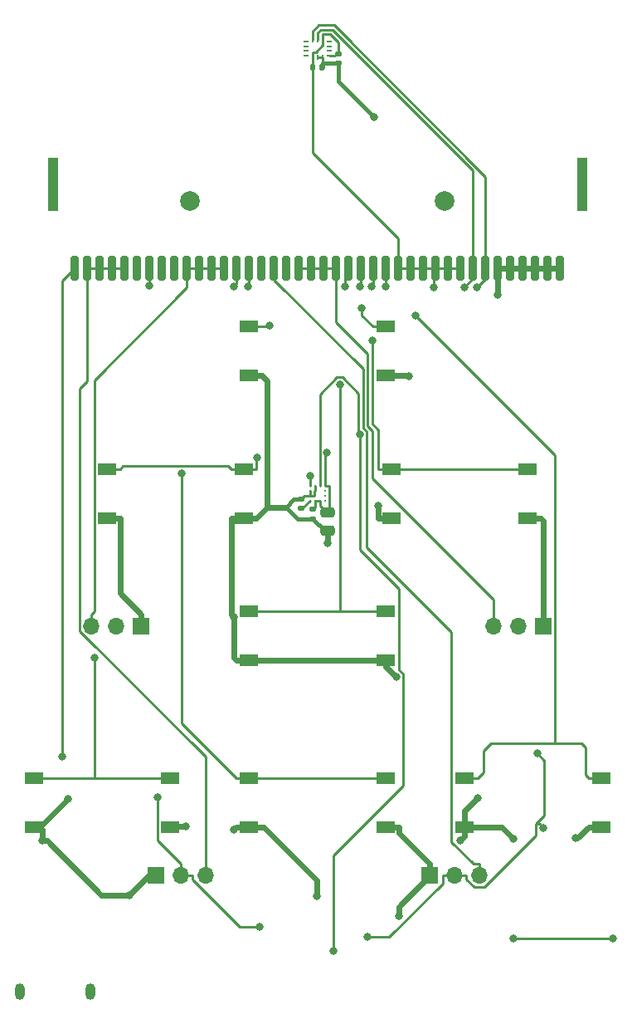
<source format=gbr>
%TF.GenerationSoftware,KiCad,Pcbnew,8.0.6-8.0.6-0~ubuntu24.04.1*%
%TF.CreationDate,2024-11-21T15:03:40-05:00*%
%TF.ProjectId,roversa2,726f7665-7273-4613-922e-6b696361645f,rev?*%
%TF.SameCoordinates,Original*%
%TF.FileFunction,Copper,L1,Top*%
%TF.FilePolarity,Positive*%
%FSLAX46Y46*%
G04 Gerber Fmt 4.6, Leading zero omitted, Abs format (unit mm)*
G04 Created by KiCad (PCBNEW 8.0.6-8.0.6-0~ubuntu24.04.1) date 2024-11-21 15:03:40*
%MOMM*%
%LPD*%
G01*
G04 APERTURE LIST*
G04 Aperture macros list*
%AMRoundRect*
0 Rectangle with rounded corners*
0 $1 Rounding radius*
0 $2 $3 $4 $5 $6 $7 $8 $9 X,Y pos of 4 corners*
0 Add a 4 corners polygon primitive as box body*
4,1,4,$2,$3,$4,$5,$6,$7,$8,$9,$2,$3,0*
0 Add four circle primitives for the rounded corners*
1,1,$1+$1,$2,$3*
1,1,$1+$1,$4,$5*
1,1,$1+$1,$6,$7*
1,1,$1+$1,$8,$9*
0 Add four rect primitives between the rounded corners*
20,1,$1+$1,$2,$3,$4,$5,0*
20,1,$1+$1,$4,$5,$6,$7,0*
20,1,$1+$1,$6,$7,$8,$9,0*
20,1,$1+$1,$8,$9,$2,$3,0*%
G04 Aperture macros list end*
%TA.AperFunction,SMDPad,CuDef*%
%ADD10R,1.950000X1.300000*%
%TD*%
%TA.AperFunction,SMDPad,CuDef*%
%ADD11RoundRect,0.250000X-0.475000X0.250000X-0.475000X-0.250000X0.475000X-0.250000X0.475000X0.250000X0*%
%TD*%
%TA.AperFunction,SMDPad,CuDef*%
%ADD12RoundRect,0.140000X0.170000X-0.140000X0.170000X0.140000X-0.170000X0.140000X-0.170000X-0.140000X0*%
%TD*%
%TA.AperFunction,ComponentPad*%
%ADD13RoundRect,0.275000X-0.275000X-2.475000X0.275000X-2.475000X0.275000X2.475000X-0.275000X2.475000X0*%
%TD*%
%TA.AperFunction,ComponentPad*%
%ADD14C,2.000000*%
%TD*%
%TA.AperFunction,SMDPad,CuDef*%
%ADD15RoundRect,0.200000X-0.200000X-1.050000X0.200000X-1.050000X0.200000X1.050000X-0.200000X1.050000X0*%
%TD*%
%TA.AperFunction,SMDPad,CuDef*%
%ADD16RoundRect,0.140000X-0.170000X0.140000X-0.170000X-0.140000X0.170000X-0.140000X0.170000X0.140000X0*%
%TD*%
%TA.AperFunction,SMDPad,CuDef*%
%ADD17RoundRect,0.140000X-0.140000X-0.170000X0.140000X-0.170000X0.140000X0.170000X-0.140000X0.170000X0*%
%TD*%
%TA.AperFunction,SMDPad,CuDef*%
%ADD18R,0.475000X0.250000*%
%TD*%
%TA.AperFunction,SMDPad,CuDef*%
%ADD19R,0.250000X0.475000*%
%TD*%
%TA.AperFunction,SMDPad,CuDef*%
%ADD20R,0.275000X0.250000*%
%TD*%
%TA.AperFunction,SMDPad,CuDef*%
%ADD21R,0.250000X0.275000*%
%TD*%
%TA.AperFunction,ComponentPad*%
%ADD22R,1.700000X1.700000*%
%TD*%
%TA.AperFunction,ComponentPad*%
%ADD23O,1.700000X1.700000*%
%TD*%
%TA.AperFunction,ComponentPad*%
%ADD24O,1.000000X1.700000*%
%TD*%
%TA.AperFunction,ViaPad*%
%ADD25C,0.800000*%
%TD*%
%TA.AperFunction,Conductor*%
%ADD26C,0.250000*%
%TD*%
%TA.AperFunction,Conductor*%
%ADD27C,0.400000*%
%TD*%
%TA.AperFunction,Conductor*%
%ADD28C,0.600000*%
%TD*%
G04 APERTURE END LIST*
D10*
%TO.P,SW2,1,1*%
%TO.N,Net-(R10-Pad2)*%
X92897800Y-126021900D03*
X106847800Y-126021900D03*
%TO.P,SW2,2,2*%
%TO.N,VSS*%
X92897800Y-131021900D03*
X106847800Y-131021900D03*
%TD*%
D11*
%TO.P,C6,1*%
%TO.N,+3V3*%
X100914200Y-98948200D03*
%TO.P,C6,2*%
%TO.N,VSS*%
X100914200Y-100848200D03*
%TD*%
D12*
%TO.P,C5,1*%
%TO.N,Net-(U3-C1)*%
X98196400Y-98571500D03*
%TO.P,C5,2*%
%TO.N,VSS*%
X98196400Y-97611500D03*
%TD*%
D13*
%TO.P,EC1,*%
%TO.N,*%
X72872800Y-65511900D03*
D14*
X86872800Y-67171900D03*
X112872800Y-67171900D03*
D13*
X126872800Y-65511900D03*
D15*
%TO.P,EC1,1,P3*%
%TO.N,V_DIV*%
X75107800Y-74021900D03*
%TO.P,EC1,2,P0*%
%TO.N,GVS_A*%
X76377800Y-74021900D03*
X77647800Y-74021900D03*
X78917800Y-74021900D03*
X80187800Y-74021900D03*
%TO.P,EC1,3,P4*%
%TO.N,unconnected-(EC1-P4-Pad3)*%
X81457800Y-74021900D03*
%TO.P,EC1,4,P5*%
%TO.N,ENTER*%
X82727800Y-74021900D03*
%TO.P,EC1,5,P6*%
%TO.N,unconnected-(EC1-P6-Pad5)*%
X83997800Y-74021900D03*
%TO.P,EC1,6,P7*%
%TO.N,unconnected-(EC1-P7-Pad6)*%
X85267800Y-74021900D03*
%TO.P,EC1,7,P1*%
%TO.N,SERVO_L*%
X86537800Y-74021900D03*
X87807800Y-74021900D03*
X89077800Y-74021900D03*
X90347800Y-74021900D03*
%TO.P,EC1,8,P8*%
%TO.N,PLAY*%
X91617800Y-74021900D03*
%TO.P,EC1,9,P9*%
%TO.N,STOP*%
X92887800Y-74021900D03*
%TO.P,EC1,10,P10*%
%TO.N,unconnected-(EC1-P10-Pad10)*%
X94157800Y-74021900D03*
%TO.P,EC1,11,P11*%
%TO.N,GVS_D*%
X95427800Y-74021900D03*
%TO.P,EC1,12,P12*%
%TO.N,unconnected-(EC1-P12-Pad12)*%
X96697800Y-74021900D03*
%TO.P,EC1,13,P2*%
%TO.N,SERVO_R*%
X97967800Y-74021900D03*
X99237800Y-74021900D03*
X100507800Y-74021900D03*
X101777800Y-74021900D03*
%TO.P,EC1,14,P13*%
%TO.N,FWD*%
X103047800Y-74021900D03*
%TO.P,EC1,15,P14*%
%TO.N,REV*%
X104317800Y-74021900D03*
%TO.P,EC1,16,P15*%
%TO.N,TURN_R*%
X105587800Y-74021900D03*
%TO.P,EC1,17,P16*%
%TO.N,TURN_L*%
X106857800Y-74021900D03*
%TO.P,EC1,18,3V3*%
%TO.N,+3V3*%
X108127800Y-74021900D03*
X109397800Y-74021900D03*
X110667800Y-74021900D03*
X111937800Y-74021900D03*
X113207800Y-74021900D03*
X114477800Y-74021900D03*
%TO.P,EC1,19,P19*%
%TO.N,I_SCL*%
X115747800Y-74021900D03*
%TO.P,EC1,20,P20*%
%TO.N,I_SDA*%
X117017800Y-74021900D03*
%TO.P,EC1,21,GND*%
%TO.N,VSS*%
X118287800Y-74021900D03*
X119557800Y-74021900D03*
X120827800Y-74021900D03*
X122097800Y-74021900D03*
X123367800Y-74021900D03*
X124637800Y-74021900D03*
%TD*%
D16*
%TO.P,C8,1*%
%TO.N,+3V3*%
X101981000Y-52207900D03*
%TO.P,C8,2*%
%TO.N,VSS*%
X101981000Y-53167900D03*
%TD*%
D10*
%TO.P,SW3,1,1*%
%TO.N,Net-(R11-Pad2)*%
X114897800Y-126021900D03*
X128847800Y-126021900D03*
%TO.P,SW3,2,2*%
%TO.N,VSS*%
X114897800Y-131021900D03*
X128847800Y-131021900D03*
%TD*%
%TO.P,SW8,1,1*%
%TO.N,Net-(R16-Pad2)*%
X78397800Y-94521900D03*
X92347800Y-94521900D03*
%TO.P,SW8,2,2*%
%TO.N,VSS*%
X78397800Y-99521900D03*
X92347800Y-99521900D03*
%TD*%
D17*
%TO.P,C9,1*%
%TO.N,+3V3*%
X99392800Y-53576900D03*
%TO.P,C9,2*%
%TO.N,VSS*%
X100352800Y-53576900D03*
%TD*%
D10*
%TO.P,SW7,1,1*%
%TO.N,Net-(R15-Pad2)*%
X107397800Y-94521900D03*
X121347800Y-94521900D03*
%TO.P,SW7,2,2*%
%TO.N,VSS*%
X107397800Y-99521900D03*
X121347800Y-99521900D03*
%TD*%
D16*
%TO.P,C7,1*%
%TO.N,+3V3*%
X99390200Y-98656200D03*
%TO.P,C7,2*%
%TO.N,VSS*%
X99390200Y-99616200D03*
%TD*%
D10*
%TO.P,SW6,1,1*%
%TO.N,Net-(R14-Pad2)*%
X92897800Y-109021900D03*
X106847800Y-109021900D03*
%TO.P,SW6,2,2*%
%TO.N,VSS*%
X92897800Y-114021900D03*
X106847800Y-114021900D03*
%TD*%
%TO.P,SW4,1,1*%
%TO.N,Net-(R12-Pad2)*%
X70897800Y-126021900D03*
X84847800Y-126021900D03*
%TO.P,SW4,2,2*%
%TO.N,VSS*%
X70897800Y-131021900D03*
X84847800Y-131021900D03*
%TD*%
%TO.P,SW5,1,1*%
%TO.N,Net-(R13-Pad2)*%
X92897800Y-80021900D03*
X106847800Y-80021900D03*
%TO.P,SW5,2,2*%
%TO.N,VSS*%
X92897800Y-85021900D03*
X106847800Y-85021900D03*
%TD*%
D18*
%TO.P,U4,1,SA0*%
%TO.N,unconnected-(U4-SA0-Pad1)*%
X98710300Y-50921900D03*
%TO.P,U4,2,SDX*%
%TO.N,unconnected-(U4-SDX-Pad2)*%
X98710300Y-51421900D03*
%TO.P,U4,3,SCX*%
%TO.N,unconnected-(U4-SCX-Pad3)*%
X98710300Y-51921900D03*
%TO.P,U4,4,INT1*%
%TO.N,unconnected-(U4-INT1-Pad4)*%
X98710300Y-52421900D03*
D19*
%TO.P,U4,5,VDD_IO*%
%TO.N,+3V3*%
X99372800Y-52584400D03*
%TO.P,U4,6,GND*%
%TO.N,VSS*%
X99872800Y-52584400D03*
%TO.P,U4,7,GND*%
X100372800Y-52584400D03*
D18*
%TO.P,U4,8,VDD*%
%TO.N,+3V3*%
X101035300Y-52421900D03*
%TO.P,U4,9,INT2*%
%TO.N,unconnected-(U4-INT2-Pad9)*%
X101035300Y-51921900D03*
%TO.P,U4,10,NC*%
%TO.N,unconnected-(U4-NC-Pad10)*%
X101035300Y-51421900D03*
%TO.P,U4,11,NC*%
%TO.N,unconnected-(U4-NC-Pad11)*%
X101035300Y-50921900D03*
D19*
%TO.P,U4,12,CS*%
%TO.N,+3V3*%
X100372800Y-50759400D03*
%TO.P,U4,13,SCL*%
%TO.N,I_SCL*%
X99872800Y-50759400D03*
%TO.P,U4,14,SDA*%
%TO.N,I_SDA*%
X99372800Y-50759400D03*
%TD*%
D20*
%TO.P,U3,1,SCL*%
%TO.N,I_SCL*%
X99110300Y-96271900D03*
%TO.P,U3,2,RES*%
%TO.N,VSS*%
X99110300Y-96771900D03*
%TO.P,U3,3,GND*%
X99110300Y-97271900D03*
%TO.P,U3,4,C1*%
%TO.N,Net-(U3-C1)*%
X99110300Y-97771900D03*
D21*
%TO.P,U3,5,VDD*%
%TO.N,+3V3*%
X99622800Y-97784400D03*
%TO.P,U3,6,VDD_IO*%
X100122800Y-97784400D03*
D20*
%TO.P,U3,7,INT*%
%TO.N,unconnected-(U3-INT-Pad7)*%
X100635300Y-97771900D03*
%TO.P,U3,8,DRDY*%
%TO.N,unconnected-(U3-DRDY-Pad8)*%
X100635300Y-97271900D03*
%TO.P,U3,9,SA1*%
%TO.N,unconnected-(U3-SA1-Pad9)*%
X100635300Y-96771900D03*
%TO.P,U3,10,CS*%
%TO.N,+3V3*%
X100635300Y-96271900D03*
D21*
%TO.P,U3,11,SDA*%
%TO.N,I_SDA*%
X100122800Y-96259400D03*
%TO.P,U3,12,RES*%
%TO.N,VSS*%
X99622800Y-96259400D03*
%TD*%
D22*
%TO.P,J7,1,GND*%
%TO.N,VSS*%
X122922800Y-110521900D03*
D23*
%TO.P,J7,2,VDD*%
%TO.N,+3V3*%
X120382800Y-110521900D03*
%TO.P,J7,3,PWM*%
%TO.N,SERVO_R*%
X117842800Y-110521900D03*
%TD*%
D24*
%TO.P,J1,*%
%TO.N,*%
X76647800Y-147771900D03*
X69497800Y-147771900D03*
%TD*%
D22*
%TO.P,J6,1,GND*%
%TO.N,VSS*%
X81872800Y-110521900D03*
D23*
%TO.P,J6,2,VDD*%
%TO.N,+3V3*%
X79332800Y-110521900D03*
%TO.P,J6,3,PWM*%
%TO.N,SERVO_L*%
X76792800Y-110521900D03*
%TD*%
D22*
%TO.P,J5,1,GND*%
%TO.N,VSS*%
X83372800Y-135971900D03*
D23*
%TO.P,J5,2,VDD*%
%TO.N,+3V3*%
X85912800Y-135971900D03*
%TO.P,J5,3,SIGNAL*%
%TO.N,GVS_A*%
X88452800Y-135971900D03*
%TD*%
D22*
%TO.P,J8,1,GND*%
%TO.N,VSS*%
X111322800Y-135971900D03*
D23*
%TO.P,J8,2,VDD*%
%TO.N,+3V3*%
X113862800Y-135971900D03*
%TO.P,J8,3,SIGNAL*%
%TO.N,GVS_D*%
X116402800Y-135971900D03*
%TD*%
D25*
%TO.N,SW_BAT*%
X130048000Y-142392400D03*
X119837200Y-142392400D03*
%TO.N,VSS*%
X86440500Y-130943700D03*
X105611400Y-58614000D03*
X91302900Y-109590400D03*
X109170600Y-85046400D03*
X116199700Y-128066800D03*
X71798400Y-132381700D03*
X114479400Y-132398800D03*
X99822000Y-138099800D03*
X118287800Y-76753200D03*
X119888000Y-132232400D03*
X100914200Y-102063000D03*
X107909400Y-115754900D03*
X126251500Y-132156100D03*
X80670400Y-137956900D03*
X108150400Y-140070600D03*
X106095900Y-98283300D03*
X91312400Y-131305400D03*
X74403100Y-128136300D03*
%TO.N,+3V3*%
X100853400Y-92899800D03*
X83545900Y-128014100D03*
X104932401Y-142255899D03*
X122302000Y-123494800D03*
X93933700Y-141161400D03*
X122934900Y-131115900D03*
X111704400Y-76040900D03*
%TO.N,V_DIV*%
X73808000Y-123815800D03*
%TO.N,ENTER*%
X82677000Y-75819000D03*
%TO.N,PLAY*%
X91313000Y-75895200D03*
%TO.N,STOP*%
X92811600Y-75920600D03*
%TO.N,FWD*%
X102666800Y-75920600D03*
%TO.N,REV*%
X104241600Y-75920600D03*
%TO.N,TURN_R*%
X105410000Y-75946000D03*
%TO.N,TURN_L*%
X106807000Y-75946000D03*
%TO.N,I_SCL*%
X114884200Y-75971400D03*
X99110300Y-95237700D03*
%TO.N,I_SDA*%
X101533800Y-143660800D03*
X116136800Y-76030200D03*
X104194900Y-91001000D03*
%TO.N,Net-(R10-Pad2)*%
X86013500Y-94965300D03*
%TO.N,Net-(R11-Pad2)*%
X109881800Y-78868800D03*
%TO.N,Net-(R12-Pad2)*%
X77137900Y-113796100D03*
%TO.N,Net-(R13-Pad2)*%
X104374947Y-78089000D03*
X94970600Y-79933800D03*
%TO.N,Net-(R14-Pad2)*%
X102165500Y-85957600D03*
%TO.N,Net-(R15-Pad2)*%
X105440300Y-81408600D03*
%TO.N,Net-(R16-Pad2)*%
X93739200Y-93382200D03*
%TD*%
D26*
%TO.N,SW_BAT*%
X119837200Y-142392400D02*
X130048000Y-142392400D01*
D27*
%TO.N,VSS*%
X101981000Y-54983600D02*
X101981000Y-53167900D01*
D28*
X94199700Y-85021900D02*
X94734600Y-85556800D01*
X80670400Y-137956900D02*
X82655400Y-135971900D01*
D26*
X99110300Y-97271900D02*
X99342500Y-97271900D01*
D28*
X91302900Y-113728900D02*
X91302900Y-109590400D01*
X92897800Y-114021900D02*
X94199700Y-114021900D01*
X84926000Y-130943700D02*
X84847800Y-131021900D01*
D27*
X96638200Y-98416200D02*
X97838200Y-99616200D01*
D28*
X77822400Y-137956900D02*
X72247200Y-132381700D01*
X91045900Y-109333400D02*
X91045900Y-99521900D01*
X92897800Y-85021900D02*
X94199700Y-85021900D01*
D27*
X100372800Y-53167900D02*
X100372800Y-53556900D01*
D28*
X107397800Y-99521900D02*
X106095900Y-99521900D01*
X128847800Y-131021900D02*
X127545900Y-131021900D01*
X78397800Y-99521900D02*
X79699700Y-99521900D01*
X106847800Y-131021900D02*
X108149700Y-131021900D01*
X108149700Y-131621900D02*
X108149700Y-131021900D01*
X80670400Y-137956900D02*
X77822400Y-137956900D01*
D27*
X99390200Y-99616200D02*
X100622200Y-100848200D01*
D28*
X108150400Y-139144300D02*
X108150400Y-140070600D01*
D27*
X96638200Y-98416200D02*
X97442900Y-97611500D01*
X105611400Y-58614000D02*
X101981000Y-54983600D01*
D28*
X81872800Y-109345000D02*
X79699700Y-107171900D01*
X116199700Y-128066800D02*
X114897800Y-129368700D01*
X106847800Y-85021900D02*
X108149700Y-85021900D01*
X91312400Y-131305400D02*
X91595900Y-131021900D01*
X92347800Y-99521900D02*
X91045900Y-99521900D01*
D26*
X94734600Y-98416200D02*
X94734600Y-98437000D01*
D28*
X106095900Y-98283300D02*
X106095900Y-99521900D01*
D27*
X100372800Y-53167900D02*
X101981000Y-53167900D01*
D28*
X118677500Y-131021900D02*
X114897800Y-131021900D01*
D26*
X100622200Y-100848200D02*
X100914200Y-100848200D01*
X100372800Y-53148800D02*
X100372800Y-53167900D01*
X111322800Y-135383400D02*
X111322800Y-135971900D01*
D28*
X114897800Y-129368700D02*
X114897800Y-131021900D01*
X122922800Y-110521900D02*
X122922800Y-99795000D01*
X126411700Y-132156100D02*
X127545900Y-131021900D01*
D26*
X99342500Y-97271900D02*
X99574700Y-97271900D01*
D28*
X71798400Y-132381700D02*
X71798400Y-131271500D01*
D26*
X99574700Y-96771900D02*
X99622800Y-96723800D01*
D28*
X114897800Y-131021900D02*
X114897800Y-131980400D01*
X119888000Y-132232400D02*
X118677500Y-131021900D01*
X94734600Y-98437000D02*
X93649700Y-99521900D01*
X94734600Y-85556800D02*
X94734600Y-98416200D01*
D26*
X99110300Y-96771900D02*
X99110300Y-97271900D01*
X100372800Y-52584400D02*
X100372800Y-53148800D01*
D28*
X94344900Y-131021900D02*
X92897800Y-131021900D01*
X92347800Y-99521900D02*
X93649700Y-99521900D01*
X71798400Y-131271500D02*
X71548800Y-131021900D01*
X91302900Y-109590400D02*
X91045900Y-109333400D01*
X92897800Y-131021900D02*
X91595900Y-131021900D01*
X82655400Y-135971900D02*
X83372800Y-135971900D01*
D26*
X99872800Y-52584400D02*
X100372800Y-52584400D01*
D28*
X108149700Y-85021900D02*
X109146100Y-85021900D01*
X106847800Y-114021900D02*
X94199700Y-114021900D01*
X81872800Y-110521900D02*
X81872800Y-109345000D01*
D26*
X98536000Y-97271900D02*
X99110300Y-97271900D01*
D28*
X121347800Y-99521900D02*
X122649700Y-99521900D01*
X99822000Y-136499000D02*
X94344900Y-131021900D01*
X71548800Y-131021900D02*
X74403100Y-128167600D01*
X94734600Y-98416200D02*
X96638200Y-98416200D01*
X72247200Y-132381700D02*
X71798400Y-132381700D01*
D26*
X99622800Y-96259400D02*
X99622800Y-96723800D01*
X109146100Y-85021900D02*
X109170600Y-85046400D01*
D27*
X97442900Y-97611500D02*
X98196400Y-97611500D01*
D28*
X91595900Y-114021900D02*
X91302900Y-113728900D01*
X111322800Y-134795000D02*
X108149700Y-131621900D01*
D26*
X126251500Y-132156100D02*
X126411700Y-132156100D01*
D28*
X92897800Y-114021900D02*
X91595900Y-114021900D01*
D27*
X97838200Y-99616200D02*
X99390200Y-99616200D01*
D28*
X107909400Y-115754900D02*
X106847800Y-114693300D01*
X124637800Y-74021900D02*
X118287800Y-74021900D01*
X100914200Y-100848200D02*
X100914200Y-102063000D01*
X118287800Y-74021900D02*
X118287800Y-76753200D01*
D26*
X99574700Y-97271900D02*
X99574700Y-96771900D01*
D28*
X114897800Y-131980400D02*
X114479400Y-132398800D01*
X111322800Y-135383400D02*
X111322800Y-134795000D01*
X111322800Y-135971900D02*
X108150400Y-139144300D01*
D26*
X74403100Y-128167600D02*
X74403100Y-128136300D01*
D28*
X79699700Y-107171900D02*
X79699700Y-99521900D01*
X106847800Y-114693300D02*
X106847800Y-114021900D01*
X99822000Y-138099800D02*
X99822000Y-136499000D01*
D26*
X98196400Y-97611500D02*
X98536000Y-97271900D01*
D28*
X70897800Y-131021900D02*
X71548800Y-131021900D01*
X122922800Y-99795000D02*
X122649700Y-99521900D01*
X86440500Y-130943700D02*
X84926000Y-130943700D01*
D26*
%TO.N,+3V3*%
X108127800Y-74021900D02*
X109397800Y-74021900D01*
X111937800Y-74021900D02*
X113207800Y-74021900D01*
X109397800Y-74021900D02*
X110667800Y-74021900D01*
X112685900Y-136781000D02*
X112685900Y-135971900D01*
X85912800Y-135971900D02*
X87089700Y-135971900D01*
X108127800Y-74021900D02*
X108127800Y-71012600D01*
X113862800Y-135971900D02*
X115039700Y-135971900D01*
X100635300Y-96271900D02*
X100635300Y-93117900D01*
X100729400Y-98855400D02*
X100122800Y-98248800D01*
X101035300Y-52421900D02*
X101599700Y-52421900D01*
X123037600Y-124230400D02*
X122302000Y-123494800D01*
X99392800Y-53576900D02*
X99372800Y-53556900D01*
X99622800Y-98248800D02*
X99622800Y-98423600D01*
X122157400Y-130730900D02*
X123037600Y-129850700D01*
X99372800Y-53556900D02*
X99372800Y-52584400D01*
X115039700Y-135971900D02*
X115039700Y-136337700D01*
X100635300Y-96271900D02*
X101099700Y-96271900D01*
X101133200Y-50195000D02*
X101981000Y-51042800D01*
X99622800Y-97784400D02*
X99622800Y-98248800D01*
X122157400Y-130730900D02*
X122549900Y-130730900D01*
X113207800Y-74021900D02*
X114477800Y-74021900D01*
X99392800Y-62277600D02*
X99392800Y-53576900D01*
X101099700Y-98669900D02*
X100914200Y-98855400D01*
X111704400Y-76040900D02*
X111704400Y-74021900D01*
X108127800Y-71012600D02*
X99392800Y-62277600D01*
X100372800Y-50195000D02*
X101133200Y-50195000D01*
X100372800Y-50790700D02*
X100372800Y-50759400D01*
X100914200Y-98855400D02*
X100729400Y-98855400D01*
X115869700Y-137167700D02*
X116890300Y-137167700D01*
X107211001Y-142255899D02*
X112685900Y-136781000D01*
X100122800Y-97784400D02*
X100122800Y-98248800D01*
X99622800Y-98423600D02*
X99390200Y-98656200D01*
X99372800Y-52020000D02*
X99676600Y-52020000D01*
X122157400Y-131900600D02*
X122157400Y-130730900D01*
X100914200Y-98855400D02*
X100914200Y-98948200D01*
X100635300Y-93117900D02*
X100853400Y-92899800D01*
X100372800Y-50790700D02*
X100372800Y-51323800D01*
X101099700Y-96271900D02*
X101099700Y-98669900D01*
X85912800Y-135971900D02*
X85912800Y-134795000D01*
X101813700Y-52207900D02*
X101599700Y-52421900D01*
X110667800Y-74021900D02*
X111937800Y-74021900D01*
X116890300Y-137167700D02*
X122157400Y-131900600D01*
X101981000Y-51042800D02*
X101981000Y-52207900D01*
X85912800Y-134795000D02*
X83545900Y-132428100D01*
X99372800Y-52584400D02*
X99372800Y-52020000D01*
X122549900Y-130730900D02*
X122934900Y-131115900D01*
X93933700Y-141161400D02*
X91913400Y-141161400D01*
X91913400Y-141161400D02*
X87089700Y-136337700D01*
X101981000Y-52207900D02*
X101813700Y-52207900D01*
X99676600Y-52020000D02*
X100372800Y-51323800D01*
X112685900Y-135971900D02*
X113862800Y-135971900D01*
X100372800Y-50759400D02*
X100372800Y-50195000D01*
X104932401Y-142255899D02*
X107211001Y-142255899D01*
X123037600Y-129850700D02*
X123037600Y-124230400D01*
X115039700Y-136337700D02*
X115869700Y-137167700D01*
X83545900Y-132428100D02*
X83545900Y-128014100D01*
X87089700Y-136337700D02*
X87089700Y-135971900D01*
X100122800Y-97784400D02*
X99622800Y-97784400D01*
%TO.N,Net-(U3-C1)*%
X98310700Y-98571500D02*
X99110300Y-97771900D01*
X98196400Y-98571500D02*
X98310700Y-98571500D01*
%TO.N,V_DIV*%
X75107800Y-74021900D02*
X73808000Y-75321700D01*
X73808000Y-75321700D02*
X73808000Y-123815800D01*
%TO.N,GVS_A*%
X75615700Y-111048800D02*
X88452800Y-123885900D01*
X76377800Y-74021900D02*
X76377800Y-85547300D01*
X80187800Y-74021900D02*
X76377800Y-74021900D01*
X88452800Y-123885900D02*
X88452800Y-135971900D01*
X75615700Y-86309400D02*
X75615700Y-111048800D01*
X76377800Y-85547300D02*
X75615700Y-86309400D01*
%TO.N,ENTER*%
X82727800Y-75768200D02*
X82677000Y-75819000D01*
X82727800Y-74021900D02*
X82727800Y-75768200D01*
%TO.N,SERVO_L*%
X90347800Y-74021900D02*
X86537800Y-74021900D01*
X76792800Y-109345000D02*
X76792800Y-110521900D01*
X86537800Y-76024200D02*
X77095900Y-85466100D01*
X86537800Y-74021900D02*
X86537800Y-76024200D01*
X77095900Y-85466100D02*
X77095900Y-109041900D01*
X77095900Y-109041900D02*
X76792800Y-109345000D01*
%TO.N,PLAY*%
X91617800Y-75590400D02*
X91617800Y-74021900D01*
X91313000Y-75895200D02*
X91617800Y-75590400D01*
%TO.N,STOP*%
X92887800Y-75844400D02*
X92811600Y-75920600D01*
X92887800Y-73021900D02*
X92887800Y-75844400D01*
%TO.N,GVS_D*%
X113538600Y-132529600D02*
X115804000Y-134795000D01*
X95427800Y-73021900D02*
X95427800Y-75209400D01*
X104921800Y-102546800D02*
X113538600Y-111163600D01*
X104921800Y-90699900D02*
X104921800Y-102546800D01*
X95427800Y-75209400D02*
X104535000Y-84316600D01*
X116402800Y-135971900D02*
X116402800Y-134795000D01*
X113538600Y-111163600D02*
X113538600Y-132529600D01*
X115804000Y-134795000D02*
X116402800Y-134795000D01*
X104535000Y-90313100D02*
X104921800Y-90699900D01*
X104535000Y-84316600D02*
X104535000Y-90313100D01*
%TO.N,SERVO_R*%
X105484700Y-95497300D02*
X105484700Y-90621500D01*
X117842800Y-107855400D02*
X105484700Y-95497300D01*
X101777800Y-79599800D02*
X101777800Y-74021900D01*
X101777800Y-74021900D02*
X97967800Y-74021900D01*
X104986900Y-90123700D02*
X104986900Y-82808900D01*
X117842800Y-110521900D02*
X117842800Y-107855400D01*
X105484700Y-90621500D02*
X104986900Y-90123700D01*
X104986900Y-82808900D02*
X101777800Y-79599800D01*
%TO.N,FWD*%
X102666800Y-75920600D02*
X102666800Y-74402900D01*
X102666800Y-74402900D02*
X103047800Y-74021900D01*
%TO.N,REV*%
X104317800Y-75844400D02*
X104241600Y-75920600D01*
X104317800Y-73021900D02*
X104317800Y-75844400D01*
%TO.N,TURN_R*%
X105587800Y-73021900D02*
X105587800Y-75768200D01*
X105587800Y-75768200D02*
X105410000Y-75946000D01*
%TO.N,TURN_L*%
X106857800Y-75895200D02*
X106807000Y-75946000D01*
X106857800Y-73021900D02*
X106857800Y-75895200D01*
%TO.N,I_SCL*%
X115747800Y-64098100D02*
X101392800Y-49743100D01*
X115747800Y-75107800D02*
X115747800Y-64098100D01*
X100185600Y-49743100D02*
X99872800Y-50055900D01*
X114884200Y-75971400D02*
X115747800Y-75107800D01*
X99872800Y-50055900D02*
X99872800Y-50759400D01*
X101392800Y-49743100D02*
X100185600Y-49743100D01*
X99110300Y-95237700D02*
X99110300Y-96271900D01*
%TO.N,I_SDA*%
X104194900Y-91001000D02*
X104060400Y-90866500D01*
X101533800Y-133899400D02*
X108636300Y-126796900D01*
X101580000Y-49291200D02*
X99998400Y-49291200D01*
X101852100Y-85192600D02*
X100122800Y-86921900D01*
X102428500Y-85192600D02*
X101852100Y-85192600D01*
X99998400Y-49291200D02*
X99372800Y-49916800D01*
X100122800Y-96259400D02*
X100122800Y-95795000D01*
X108636300Y-115453800D02*
X108149800Y-114967300D01*
X99372800Y-49916800D02*
X99372800Y-50759400D01*
X116136800Y-76030200D02*
X117017800Y-75149200D01*
X104060400Y-90866500D02*
X104060400Y-86824500D01*
X117017800Y-75149200D02*
X117017800Y-64729000D01*
X108636300Y-126796900D02*
X108636300Y-115453800D01*
X117017800Y-64729000D02*
X101580000Y-49291200D01*
X108149700Y-106732000D02*
X104194900Y-102777200D01*
X108149700Y-114967300D02*
X108149700Y-106732000D01*
X104060400Y-86824500D02*
X102428500Y-85192600D01*
X108149800Y-114967300D02*
X108149700Y-114967300D01*
X104194900Y-102777200D02*
X104194900Y-91001000D01*
X101533800Y-143660800D02*
X101533800Y-133899400D01*
X100122800Y-86921900D02*
X100122800Y-95795000D01*
%TO.N,Net-(R10-Pad2)*%
X86013500Y-94965300D02*
X86013500Y-120439500D01*
X106847800Y-126021900D02*
X92897800Y-126021900D01*
X86013500Y-120439500D02*
X91595900Y-126021900D01*
X92897800Y-126021900D02*
X91595900Y-126021900D01*
%TO.N,Net-(R11-Pad2)*%
X116799300Y-125422300D02*
X116199700Y-126021900D01*
X109881800Y-78868800D02*
X124143100Y-93130100D01*
X127203200Y-125679200D02*
X127203200Y-122936000D01*
X124143100Y-122490900D02*
X124104400Y-122529600D01*
X124104400Y-122529600D02*
X117551200Y-122529600D01*
X117551200Y-122529600D02*
X116799300Y-123281500D01*
X127545900Y-126021900D02*
X127203200Y-125679200D01*
X116799300Y-123281500D02*
X116799300Y-125422300D01*
X124143100Y-93130100D02*
X124143100Y-122490900D01*
X126796800Y-122529600D02*
X127203200Y-122936000D01*
X128847800Y-126021900D02*
X127545900Y-126021900D01*
X116199700Y-126021900D02*
X114897800Y-126021900D01*
X124104400Y-122529600D02*
X126796800Y-122529600D01*
%TO.N,Net-(R12-Pad2)*%
X84847800Y-126021900D02*
X77137900Y-126021900D01*
X77137900Y-126021900D02*
X70897800Y-126021900D01*
X77137900Y-126021900D02*
X77137900Y-113796100D01*
%TO.N,Net-(R13-Pad2)*%
X94882500Y-80021900D02*
X92897800Y-80021900D01*
X105545900Y-80021900D02*
X106847800Y-80021900D01*
X104374947Y-78850947D02*
X105545900Y-80021900D01*
X104374947Y-78089000D02*
X104374947Y-78850947D01*
X94970600Y-79933800D02*
X94882500Y-80021900D01*
%TO.N,Net-(R14-Pad2)*%
X102165500Y-109021900D02*
X92897800Y-109021900D01*
X102165500Y-109021900D02*
X102165500Y-85957600D01*
X106847800Y-109021900D02*
X102165500Y-109021900D01*
%TO.N,Net-(R15-Pad2)*%
X106095900Y-90578800D02*
X105440300Y-89923200D01*
X106095900Y-94521900D02*
X106095900Y-90578800D01*
X121347800Y-94521900D02*
X107397800Y-94521900D01*
X107397800Y-94521900D02*
X106095900Y-94521900D01*
X105440300Y-89923200D02*
X105440300Y-81408600D01*
%TO.N,Net-(R16-Pad2)*%
X93649700Y-93471700D02*
X93739200Y-93382200D01*
X79983200Y-94238400D02*
X79699700Y-94521900D01*
X93649700Y-94521900D02*
X93649700Y-93471700D01*
X92347800Y-94521900D02*
X91045900Y-94521900D01*
X91045900Y-94521900D02*
X90762400Y-94238400D01*
X90762400Y-94238400D02*
X79983200Y-94238400D01*
X78397800Y-94521900D02*
X79699700Y-94521900D01*
X92347800Y-94521900D02*
X93649700Y-94521900D01*
%TD*%
M02*

</source>
